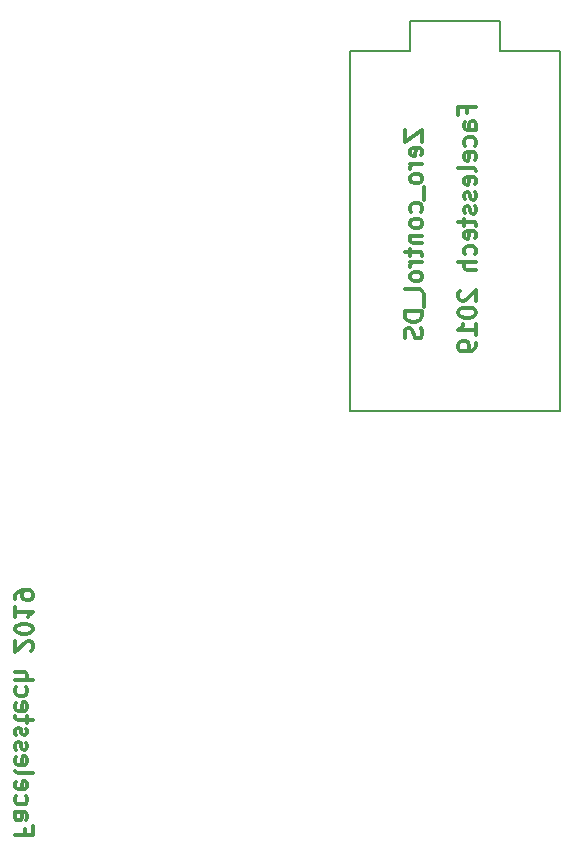
<source format=gbr>
G04 #@! TF.GenerationSoftware,KiCad,Pcbnew,5.0.2+dfsg1-1~bpo9+1*
G04 #@! TF.CreationDate,2019-06-02T18:57:07+01:00*
G04 #@! TF.ProjectId,ds_button_gamepad,64735f62-7574-4746-9f6e-5f67616d6570,rev?*
G04 #@! TF.SameCoordinates,Original*
G04 #@! TF.FileFunction,Legend,Bot*
G04 #@! TF.FilePolarity,Positive*
%FSLAX46Y46*%
G04 Gerber Fmt 4.6, Leading zero omitted, Abs format (unit mm)*
G04 Created by KiCad (PCBNEW 5.0.2+dfsg1-1~bpo9+1) date Sun 02 Jun 2019 18:57:07 BST*
%MOMM*%
%LPD*%
G01*
G04 APERTURE LIST*
%ADD10C,0.300000*%
%ADD11C,0.150000*%
G04 APERTURE END LIST*
D10*
X56190342Y-121606828D02*
X56190342Y-122106828D01*
X55404628Y-122106828D02*
X56904628Y-122106828D01*
X56904628Y-121392542D01*
X55404628Y-120178257D02*
X56190342Y-120178257D01*
X56333200Y-120249685D01*
X56404628Y-120392542D01*
X56404628Y-120678257D01*
X56333200Y-120821114D01*
X55476057Y-120178257D02*
X55404628Y-120321114D01*
X55404628Y-120678257D01*
X55476057Y-120821114D01*
X55618914Y-120892542D01*
X55761771Y-120892542D01*
X55904628Y-120821114D01*
X55976057Y-120678257D01*
X55976057Y-120321114D01*
X56047485Y-120178257D01*
X55476057Y-118821114D02*
X55404628Y-118963971D01*
X55404628Y-119249685D01*
X55476057Y-119392542D01*
X55547485Y-119463971D01*
X55690342Y-119535400D01*
X56118914Y-119535400D01*
X56261771Y-119463971D01*
X56333200Y-119392542D01*
X56404628Y-119249685D01*
X56404628Y-118963971D01*
X56333200Y-118821114D01*
X55476057Y-117606828D02*
X55404628Y-117749685D01*
X55404628Y-118035400D01*
X55476057Y-118178257D01*
X55618914Y-118249685D01*
X56190342Y-118249685D01*
X56333200Y-118178257D01*
X56404628Y-118035400D01*
X56404628Y-117749685D01*
X56333200Y-117606828D01*
X56190342Y-117535400D01*
X56047485Y-117535400D01*
X55904628Y-118249685D01*
X55404628Y-116678257D02*
X55476057Y-116821114D01*
X55618914Y-116892542D01*
X56904628Y-116892542D01*
X55476057Y-115535400D02*
X55404628Y-115678257D01*
X55404628Y-115963971D01*
X55476057Y-116106828D01*
X55618914Y-116178257D01*
X56190342Y-116178257D01*
X56333200Y-116106828D01*
X56404628Y-115963971D01*
X56404628Y-115678257D01*
X56333200Y-115535400D01*
X56190342Y-115463971D01*
X56047485Y-115463971D01*
X55904628Y-116178257D01*
X55476057Y-114892542D02*
X55404628Y-114749685D01*
X55404628Y-114463971D01*
X55476057Y-114321114D01*
X55618914Y-114249685D01*
X55690342Y-114249685D01*
X55833200Y-114321114D01*
X55904628Y-114463971D01*
X55904628Y-114678257D01*
X55976057Y-114821114D01*
X56118914Y-114892542D01*
X56190342Y-114892542D01*
X56333200Y-114821114D01*
X56404628Y-114678257D01*
X56404628Y-114463971D01*
X56333200Y-114321114D01*
X55476057Y-113678257D02*
X55404628Y-113535400D01*
X55404628Y-113249685D01*
X55476057Y-113106828D01*
X55618914Y-113035400D01*
X55690342Y-113035400D01*
X55833200Y-113106828D01*
X55904628Y-113249685D01*
X55904628Y-113463971D01*
X55976057Y-113606828D01*
X56118914Y-113678257D01*
X56190342Y-113678257D01*
X56333200Y-113606828D01*
X56404628Y-113463971D01*
X56404628Y-113249685D01*
X56333200Y-113106828D01*
X56404628Y-112606828D02*
X56404628Y-112035400D01*
X56904628Y-112392542D02*
X55618914Y-112392542D01*
X55476057Y-112321114D01*
X55404628Y-112178257D01*
X55404628Y-112035400D01*
X55476057Y-110963971D02*
X55404628Y-111106828D01*
X55404628Y-111392542D01*
X55476057Y-111535400D01*
X55618914Y-111606828D01*
X56190342Y-111606828D01*
X56333200Y-111535400D01*
X56404628Y-111392542D01*
X56404628Y-111106828D01*
X56333200Y-110963971D01*
X56190342Y-110892542D01*
X56047485Y-110892542D01*
X55904628Y-111606828D01*
X55476057Y-109606828D02*
X55404628Y-109749685D01*
X55404628Y-110035400D01*
X55476057Y-110178257D01*
X55547485Y-110249685D01*
X55690342Y-110321114D01*
X56118914Y-110321114D01*
X56261771Y-110249685D01*
X56333200Y-110178257D01*
X56404628Y-110035400D01*
X56404628Y-109749685D01*
X56333200Y-109606828D01*
X55404628Y-108963971D02*
X56904628Y-108963971D01*
X55404628Y-108321114D02*
X56190342Y-108321114D01*
X56333200Y-108392542D01*
X56404628Y-108535400D01*
X56404628Y-108749685D01*
X56333200Y-108892542D01*
X56261771Y-108963971D01*
X56761771Y-106535400D02*
X56833200Y-106463971D01*
X56904628Y-106321114D01*
X56904628Y-105963971D01*
X56833200Y-105821114D01*
X56761771Y-105749685D01*
X56618914Y-105678257D01*
X56476057Y-105678257D01*
X56261771Y-105749685D01*
X55404628Y-106606828D01*
X55404628Y-105678257D01*
X56904628Y-104749685D02*
X56904628Y-104606828D01*
X56833200Y-104463971D01*
X56761771Y-104392542D01*
X56618914Y-104321114D01*
X56333200Y-104249685D01*
X55976057Y-104249685D01*
X55690342Y-104321114D01*
X55547485Y-104392542D01*
X55476057Y-104463971D01*
X55404628Y-104606828D01*
X55404628Y-104749685D01*
X55476057Y-104892542D01*
X55547485Y-104963971D01*
X55690342Y-105035400D01*
X55976057Y-105106828D01*
X56333200Y-105106828D01*
X56618914Y-105035400D01*
X56761771Y-104963971D01*
X56833200Y-104892542D01*
X56904628Y-104749685D01*
X55404628Y-102821114D02*
X55404628Y-103678257D01*
X55404628Y-103249685D02*
X56904628Y-103249685D01*
X56690342Y-103392542D01*
X56547485Y-103535400D01*
X56476057Y-103678257D01*
X55404628Y-102106828D02*
X55404628Y-101821114D01*
X55476057Y-101678257D01*
X55547485Y-101606828D01*
X55761771Y-101463971D01*
X56047485Y-101392542D01*
X56618914Y-101392542D01*
X56761771Y-101463971D01*
X56833200Y-101535400D01*
X56904628Y-101678257D01*
X56904628Y-101963971D01*
X56833200Y-102106828D01*
X56761771Y-102178257D01*
X56618914Y-102249685D01*
X56261771Y-102249685D01*
X56118914Y-102178257D01*
X56047485Y-102106828D01*
X55976057Y-101963971D01*
X55976057Y-101678257D01*
X56047485Y-101535400D01*
X56118914Y-101463971D01*
X56261771Y-101392542D01*
X93618857Y-60968371D02*
X93618857Y-60468371D01*
X94404571Y-60468371D02*
X92904571Y-60468371D01*
X92904571Y-61182657D01*
X94404571Y-62396942D02*
X93618857Y-62396942D01*
X93476000Y-62325514D01*
X93404571Y-62182657D01*
X93404571Y-61896942D01*
X93476000Y-61754085D01*
X94333142Y-62396942D02*
X94404571Y-62254085D01*
X94404571Y-61896942D01*
X94333142Y-61754085D01*
X94190285Y-61682657D01*
X94047428Y-61682657D01*
X93904571Y-61754085D01*
X93833142Y-61896942D01*
X93833142Y-62254085D01*
X93761714Y-62396942D01*
X94333142Y-63754085D02*
X94404571Y-63611228D01*
X94404571Y-63325514D01*
X94333142Y-63182657D01*
X94261714Y-63111228D01*
X94118857Y-63039800D01*
X93690285Y-63039800D01*
X93547428Y-63111228D01*
X93476000Y-63182657D01*
X93404571Y-63325514D01*
X93404571Y-63611228D01*
X93476000Y-63754085D01*
X94333142Y-64968371D02*
X94404571Y-64825514D01*
X94404571Y-64539800D01*
X94333142Y-64396942D01*
X94190285Y-64325514D01*
X93618857Y-64325514D01*
X93476000Y-64396942D01*
X93404571Y-64539800D01*
X93404571Y-64825514D01*
X93476000Y-64968371D01*
X93618857Y-65039800D01*
X93761714Y-65039800D01*
X93904571Y-64325514D01*
X94404571Y-65896942D02*
X94333142Y-65754085D01*
X94190285Y-65682657D01*
X92904571Y-65682657D01*
X94333142Y-67039800D02*
X94404571Y-66896942D01*
X94404571Y-66611228D01*
X94333142Y-66468371D01*
X94190285Y-66396942D01*
X93618857Y-66396942D01*
X93476000Y-66468371D01*
X93404571Y-66611228D01*
X93404571Y-66896942D01*
X93476000Y-67039800D01*
X93618857Y-67111228D01*
X93761714Y-67111228D01*
X93904571Y-66396942D01*
X94333142Y-67682657D02*
X94404571Y-67825514D01*
X94404571Y-68111228D01*
X94333142Y-68254085D01*
X94190285Y-68325514D01*
X94118857Y-68325514D01*
X93976000Y-68254085D01*
X93904571Y-68111228D01*
X93904571Y-67896942D01*
X93833142Y-67754085D01*
X93690285Y-67682657D01*
X93618857Y-67682657D01*
X93476000Y-67754085D01*
X93404571Y-67896942D01*
X93404571Y-68111228D01*
X93476000Y-68254085D01*
X94333142Y-68896942D02*
X94404571Y-69039800D01*
X94404571Y-69325514D01*
X94333142Y-69468371D01*
X94190285Y-69539800D01*
X94118857Y-69539800D01*
X93976000Y-69468371D01*
X93904571Y-69325514D01*
X93904571Y-69111228D01*
X93833142Y-68968371D01*
X93690285Y-68896942D01*
X93618857Y-68896942D01*
X93476000Y-68968371D01*
X93404571Y-69111228D01*
X93404571Y-69325514D01*
X93476000Y-69468371D01*
X93404571Y-69968371D02*
X93404571Y-70539800D01*
X92904571Y-70182657D02*
X94190285Y-70182657D01*
X94333142Y-70254085D01*
X94404571Y-70396942D01*
X94404571Y-70539800D01*
X94333142Y-71611228D02*
X94404571Y-71468371D01*
X94404571Y-71182657D01*
X94333142Y-71039800D01*
X94190285Y-70968371D01*
X93618857Y-70968371D01*
X93476000Y-71039800D01*
X93404571Y-71182657D01*
X93404571Y-71468371D01*
X93476000Y-71611228D01*
X93618857Y-71682657D01*
X93761714Y-71682657D01*
X93904571Y-70968371D01*
X94333142Y-72968371D02*
X94404571Y-72825514D01*
X94404571Y-72539800D01*
X94333142Y-72396942D01*
X94261714Y-72325514D01*
X94118857Y-72254085D01*
X93690285Y-72254085D01*
X93547428Y-72325514D01*
X93476000Y-72396942D01*
X93404571Y-72539800D01*
X93404571Y-72825514D01*
X93476000Y-72968371D01*
X94404571Y-73611228D02*
X92904571Y-73611228D01*
X94404571Y-74254085D02*
X93618857Y-74254085D01*
X93476000Y-74182657D01*
X93404571Y-74039800D01*
X93404571Y-73825514D01*
X93476000Y-73682657D01*
X93547428Y-73611228D01*
X93047428Y-76039800D02*
X92976000Y-76111228D01*
X92904571Y-76254085D01*
X92904571Y-76611228D01*
X92976000Y-76754085D01*
X93047428Y-76825514D01*
X93190285Y-76896942D01*
X93333142Y-76896942D01*
X93547428Y-76825514D01*
X94404571Y-75968371D01*
X94404571Y-76896942D01*
X92904571Y-77825514D02*
X92904571Y-77968371D01*
X92976000Y-78111228D01*
X93047428Y-78182657D01*
X93190285Y-78254085D01*
X93476000Y-78325514D01*
X93833142Y-78325514D01*
X94118857Y-78254085D01*
X94261714Y-78182657D01*
X94333142Y-78111228D01*
X94404571Y-77968371D01*
X94404571Y-77825514D01*
X94333142Y-77682657D01*
X94261714Y-77611228D01*
X94118857Y-77539800D01*
X93833142Y-77468371D01*
X93476000Y-77468371D01*
X93190285Y-77539800D01*
X93047428Y-77611228D01*
X92976000Y-77682657D01*
X92904571Y-77825514D01*
X94404571Y-79754085D02*
X94404571Y-78896942D01*
X94404571Y-79325514D02*
X92904571Y-79325514D01*
X93118857Y-79182657D01*
X93261714Y-79039800D01*
X93333142Y-78896942D01*
X94404571Y-80468371D02*
X94404571Y-80754085D01*
X94333142Y-80896942D01*
X94261714Y-80968371D01*
X94047428Y-81111228D01*
X93761714Y-81182657D01*
X93190285Y-81182657D01*
X93047428Y-81111228D01*
X92976000Y-81039800D01*
X92904571Y-80896942D01*
X92904571Y-80611228D01*
X92976000Y-80468371D01*
X93047428Y-80396942D01*
X93190285Y-80325514D01*
X93547428Y-80325514D01*
X93690285Y-80396942D01*
X93761714Y-80468371D01*
X93833142Y-80611228D01*
X93833142Y-80896942D01*
X93761714Y-81039800D01*
X93690285Y-81111228D01*
X93547428Y-81182657D01*
X88345271Y-62440657D02*
X88345271Y-63440657D01*
X89845271Y-62440657D01*
X89845271Y-63440657D01*
X89773842Y-64583514D02*
X89845271Y-64440657D01*
X89845271Y-64154942D01*
X89773842Y-64012085D01*
X89630985Y-63940657D01*
X89059557Y-63940657D01*
X88916700Y-64012085D01*
X88845271Y-64154942D01*
X88845271Y-64440657D01*
X88916700Y-64583514D01*
X89059557Y-64654942D01*
X89202414Y-64654942D01*
X89345271Y-63940657D01*
X89845271Y-65297800D02*
X88845271Y-65297800D01*
X89130985Y-65297800D02*
X88988128Y-65369228D01*
X88916700Y-65440657D01*
X88845271Y-65583514D01*
X88845271Y-65726371D01*
X89845271Y-66440657D02*
X89773842Y-66297800D01*
X89702414Y-66226371D01*
X89559557Y-66154942D01*
X89130985Y-66154942D01*
X88988128Y-66226371D01*
X88916700Y-66297800D01*
X88845271Y-66440657D01*
X88845271Y-66654942D01*
X88916700Y-66797800D01*
X88988128Y-66869228D01*
X89130985Y-66940657D01*
X89559557Y-66940657D01*
X89702414Y-66869228D01*
X89773842Y-66797800D01*
X89845271Y-66654942D01*
X89845271Y-66440657D01*
X89988128Y-67226371D02*
X89988128Y-68369228D01*
X89773842Y-69369228D02*
X89845271Y-69226371D01*
X89845271Y-68940657D01*
X89773842Y-68797800D01*
X89702414Y-68726371D01*
X89559557Y-68654942D01*
X89130985Y-68654942D01*
X88988128Y-68726371D01*
X88916700Y-68797800D01*
X88845271Y-68940657D01*
X88845271Y-69226371D01*
X88916700Y-69369228D01*
X89845271Y-70226371D02*
X89773842Y-70083514D01*
X89702414Y-70012085D01*
X89559557Y-69940657D01*
X89130985Y-69940657D01*
X88988128Y-70012085D01*
X88916700Y-70083514D01*
X88845271Y-70226371D01*
X88845271Y-70440657D01*
X88916700Y-70583514D01*
X88988128Y-70654942D01*
X89130985Y-70726371D01*
X89559557Y-70726371D01*
X89702414Y-70654942D01*
X89773842Y-70583514D01*
X89845271Y-70440657D01*
X89845271Y-70226371D01*
X88845271Y-71369228D02*
X89845271Y-71369228D01*
X88988128Y-71369228D02*
X88916700Y-71440657D01*
X88845271Y-71583514D01*
X88845271Y-71797800D01*
X88916700Y-71940657D01*
X89059557Y-72012085D01*
X89845271Y-72012085D01*
X88845271Y-72512085D02*
X88845271Y-73083514D01*
X88345271Y-72726371D02*
X89630985Y-72726371D01*
X89773842Y-72797800D01*
X89845271Y-72940657D01*
X89845271Y-73083514D01*
X89845271Y-73583514D02*
X88845271Y-73583514D01*
X89130985Y-73583514D02*
X88988128Y-73654942D01*
X88916700Y-73726371D01*
X88845271Y-73869228D01*
X88845271Y-74012085D01*
X89845271Y-74726371D02*
X89773842Y-74583514D01*
X89702414Y-74512085D01*
X89559557Y-74440657D01*
X89130985Y-74440657D01*
X88988128Y-74512085D01*
X88916700Y-74583514D01*
X88845271Y-74726371D01*
X88845271Y-74940657D01*
X88916700Y-75083514D01*
X88988128Y-75154942D01*
X89130985Y-75226371D01*
X89559557Y-75226371D01*
X89702414Y-75154942D01*
X89773842Y-75083514D01*
X89845271Y-74940657D01*
X89845271Y-74726371D01*
X89845271Y-76083514D02*
X89773842Y-75940657D01*
X89630985Y-75869228D01*
X88345271Y-75869228D01*
X89988128Y-76297800D02*
X89988128Y-77440657D01*
X89845271Y-77797800D02*
X88345271Y-77797800D01*
X88345271Y-78154942D01*
X88416700Y-78369228D01*
X88559557Y-78512085D01*
X88702414Y-78583514D01*
X88988128Y-78654942D01*
X89202414Y-78654942D01*
X89488128Y-78583514D01*
X89630985Y-78512085D01*
X89773842Y-78369228D01*
X89845271Y-78154942D01*
X89845271Y-77797800D01*
X89773842Y-79226371D02*
X89845271Y-79440657D01*
X89845271Y-79797800D01*
X89773842Y-79940657D01*
X89702414Y-80012085D01*
X89559557Y-80083514D01*
X89416700Y-80083514D01*
X89273842Y-80012085D01*
X89202414Y-79940657D01*
X89130985Y-79797800D01*
X89059557Y-79512085D01*
X88988128Y-79369228D01*
X88916700Y-79297800D01*
X88773842Y-79226371D01*
X88630985Y-79226371D01*
X88488128Y-79297800D01*
X88416700Y-79369228D01*
X88345271Y-79512085D01*
X88345271Y-79869228D01*
X88416700Y-80083514D01*
D11*
G04 #@! TO.C,U1*
X101473000Y-55714900D02*
X101473000Y-86194900D01*
X101473000Y-55714900D02*
X96393000Y-55714900D01*
X96393000Y-55714900D02*
X96393000Y-53174900D01*
X96393000Y-53174900D02*
X88773000Y-53174900D01*
X88773000Y-53174900D02*
X88773000Y-55714900D01*
X88773000Y-55714900D02*
X83693000Y-55714900D01*
X83693000Y-55714900D02*
X83693000Y-86194900D01*
X83693000Y-86194900D02*
X101473000Y-86194900D01*
G04 #@! TD*
M02*

</source>
